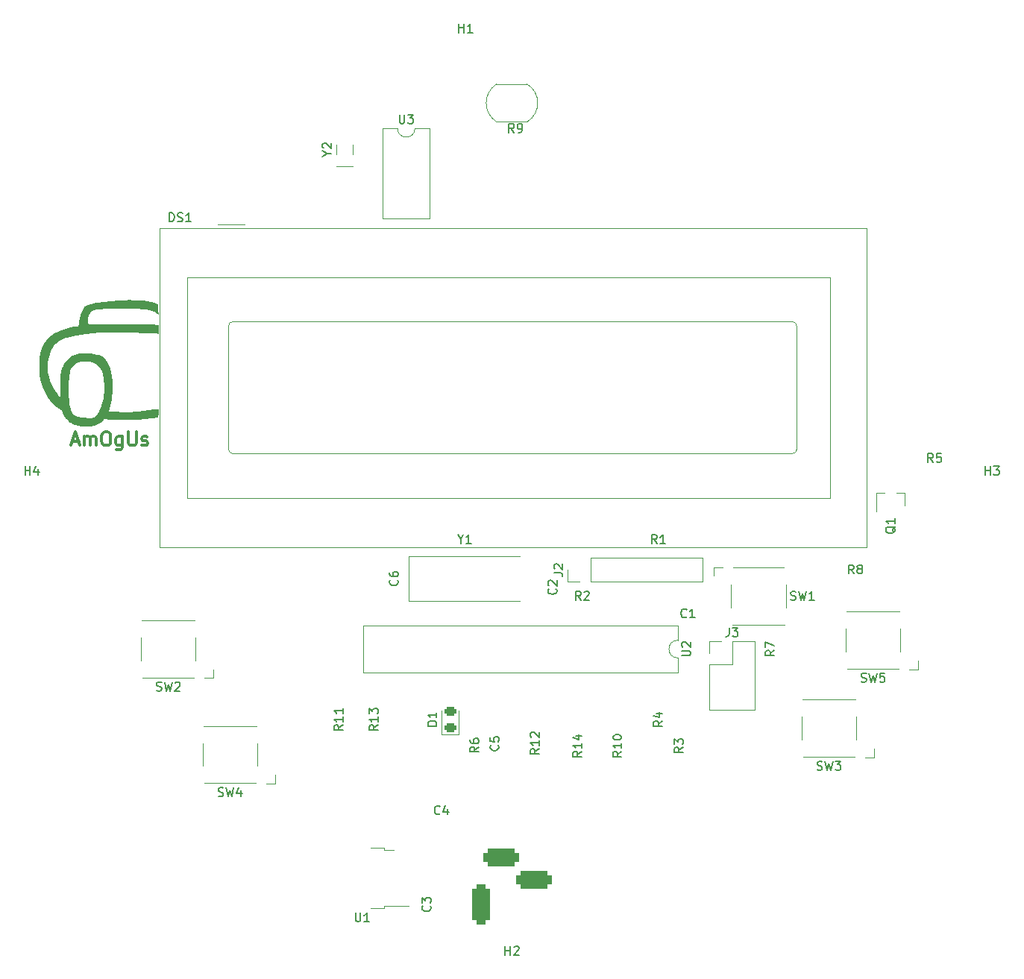
<source format=gbr>
%TF.GenerationSoftware,KiCad,Pcbnew,(6.0.5)*%
%TF.CreationDate,2022-07-18T04:00:38-05:00*%
%TF.ProjectId,First Round Clock,46697273-7420-4526-9f75-6e6420436c6f,rev?*%
%TF.SameCoordinates,PX3dc4fd0PYa381e90*%
%TF.FileFunction,Legend,Top*%
%TF.FilePolarity,Positive*%
%FSLAX46Y46*%
G04 Gerber Fmt 4.6, Leading zero omitted, Abs format (unit mm)*
G04 Created by KiCad (PCBNEW (6.0.5)) date 2022-07-18 04:00:38*
%MOMM*%
%LPD*%
G01*
G04 APERTURE LIST*
G04 Aperture macros list*
%AMRoundRect*
0 Rectangle with rounded corners*
0 $1 Rounding radius*
0 $2 $3 $4 $5 $6 $7 $8 $9 X,Y pos of 4 corners*
0 Add a 4 corners polygon primitive as box body*
4,1,4,$2,$3,$4,$5,$6,$7,$8,$9,$2,$3,0*
0 Add four circle primitives for the rounded corners*
1,1,$1+$1,$2,$3*
1,1,$1+$1,$4,$5*
1,1,$1+$1,$6,$7*
1,1,$1+$1,$8,$9*
0 Add four rect primitives between the rounded corners*
20,1,$1+$1,$2,$3,$4,$5,0*
20,1,$1+$1,$4,$5,$6,$7,0*
20,1,$1+$1,$6,$7,$8,$9,0*
20,1,$1+$1,$8,$9,$2,$3,0*%
G04 Aperture macros list end*
%ADD10C,0.300000*%
%ADD11C,0.150000*%
%ADD12C,0.120000*%
%ADD13C,3.200000*%
%ADD14R,1.400000X1.150000*%
%ADD15R,1.600000X1.400000*%
%ADD16R,4.500000X2.000000*%
%ADD17R,1.800000X1.000000*%
%ADD18R,2.200000X1.200000*%
%ADD19R,6.400000X5.800000*%
%ADD20R,1.150000X1.400000*%
%ADD21R,0.800000X0.900000*%
%ADD22C,1.600000*%
%ADD23RoundRect,0.243750X0.456250X-0.243750X0.456250X0.243750X-0.456250X0.243750X-0.456250X-0.243750X0*%
%ADD24O,1.700000X1.700000*%
%ADD25R,1.700000X1.700000*%
%ADD26R,1.600000X1.600000*%
%ADD27O,1.600000X1.600000*%
%ADD28C,3.000000*%
%ADD29O,1.800000X2.600000*%
%ADD30R,1.800000X2.600000*%
%ADD31RoundRect,0.500000X-0.500000X1.750000X-0.500000X-1.750000X0.500000X-1.750000X0.500000X1.750000X0*%
%ADD32RoundRect,0.500000X-1.500000X-0.500000X1.500000X-0.500000X1.500000X0.500000X-1.500000X0.500000X0*%
%ADD33C,2.000000*%
%ADD34R,2.000000X2.000000*%
%ADD35R,3.000000X3.000000*%
%ADD36C,1.440000*%
G04 APERTURE END LIST*
D10*
%TO.C,AmOgUs*%
X35342285Y78994000D02*
X36068000Y78994000D01*
X35197142Y78558572D02*
X35705142Y80082572D01*
X36213142Y78558572D01*
X36721142Y78558572D02*
X36721142Y79574572D01*
X36721142Y79429429D02*
X36793714Y79502000D01*
X36938857Y79574572D01*
X37156571Y79574572D01*
X37301714Y79502000D01*
X37374285Y79356858D01*
X37374285Y78558572D01*
X37374285Y79356858D02*
X37446857Y79502000D01*
X37592000Y79574572D01*
X37809714Y79574572D01*
X37954857Y79502000D01*
X38027428Y79356858D01*
X38027428Y78558572D01*
X39043428Y80082572D02*
X39333714Y80082572D01*
X39478857Y80010000D01*
X39624000Y79864858D01*
X39696571Y79574572D01*
X39696571Y79066572D01*
X39624000Y78776286D01*
X39478857Y78631143D01*
X39333714Y78558572D01*
X39043428Y78558572D01*
X38898285Y78631143D01*
X38753142Y78776286D01*
X38680571Y79066572D01*
X38680571Y79574572D01*
X38753142Y79864858D01*
X38898285Y80010000D01*
X39043428Y80082572D01*
X41002857Y79574572D02*
X41002857Y78340858D01*
X40930285Y78195715D01*
X40857714Y78123143D01*
X40712571Y78050572D01*
X40494857Y78050572D01*
X40349714Y78123143D01*
X41002857Y78631143D02*
X40857714Y78558572D01*
X40567428Y78558572D01*
X40422285Y78631143D01*
X40349714Y78703715D01*
X40277142Y78848858D01*
X40277142Y79284286D01*
X40349714Y79429429D01*
X40422285Y79502000D01*
X40567428Y79574572D01*
X40857714Y79574572D01*
X41002857Y79502000D01*
X41728571Y80082572D02*
X41728571Y78848858D01*
X41801142Y78703715D01*
X41873714Y78631143D01*
X42018857Y78558572D01*
X42309142Y78558572D01*
X42454285Y78631143D01*
X42526857Y78703715D01*
X42599428Y78848858D01*
X42599428Y80082572D01*
X43252571Y78631143D02*
X43397714Y78558572D01*
X43688000Y78558572D01*
X43833142Y78631143D01*
X43905714Y78776286D01*
X43905714Y78848858D01*
X43833142Y78994000D01*
X43688000Y79066572D01*
X43470285Y79066572D01*
X43325142Y79139143D01*
X43252571Y79284286D01*
X43252571Y79356858D01*
X43325142Y79502000D01*
X43470285Y79574572D01*
X43688000Y79574572D01*
X43833142Y79502000D01*
D11*
%TO.C,H4*%
X29968095Y75197620D02*
X29968095Y76197620D01*
X29968095Y75721429D02*
X30539523Y75721429D01*
X30539523Y75197620D02*
X30539523Y76197620D01*
X31444285Y75864286D02*
X31444285Y75197620D01*
X31206190Y76245239D02*
X30968095Y75530953D01*
X31587142Y75530953D01*
%TO.C,R14*%
X93162380Y43807143D02*
X92686190Y43473810D01*
X93162380Y43235715D02*
X92162380Y43235715D01*
X92162380Y43616667D01*
X92210000Y43711905D01*
X92257619Y43759524D01*
X92352857Y43807143D01*
X92495714Y43807143D01*
X92590952Y43759524D01*
X92638571Y43711905D01*
X92686190Y43616667D01*
X92686190Y43235715D01*
X93162380Y44759524D02*
X93162380Y44188096D01*
X93162380Y44473810D02*
X92162380Y44473810D01*
X92305238Y44378572D01*
X92400476Y44283334D01*
X92448095Y44188096D01*
X92495714Y45616667D02*
X93162380Y45616667D01*
X92114761Y45378572D02*
X92829047Y45140477D01*
X92829047Y45759524D01*
%TO.C,SW4*%
X51896666Y38745239D02*
X52039523Y38697620D01*
X52277619Y38697620D01*
X52372857Y38745239D01*
X52420476Y38792858D01*
X52468095Y38888096D01*
X52468095Y38983334D01*
X52420476Y39078572D01*
X52372857Y39126191D01*
X52277619Y39173810D01*
X52087142Y39221429D01*
X51991904Y39269048D01*
X51944285Y39316667D01*
X51896666Y39411905D01*
X51896666Y39507143D01*
X51944285Y39602381D01*
X51991904Y39650000D01*
X52087142Y39697620D01*
X52325238Y39697620D01*
X52468095Y39650000D01*
X52801428Y39697620D02*
X53039523Y38697620D01*
X53230000Y39411905D01*
X53420476Y38697620D01*
X53658571Y39697620D01*
X54468095Y39364286D02*
X54468095Y38697620D01*
X54230000Y39745239D02*
X53991904Y39030953D01*
X54610952Y39030953D01*
%TO.C,Y1*%
X79406809Y67918010D02*
X79406809Y67441820D01*
X79073476Y68441820D02*
X79406809Y67918010D01*
X79740142Y68441820D01*
X80597285Y67441820D02*
X80025857Y67441820D01*
X80311571Y67441820D02*
X80311571Y68441820D01*
X80216333Y68298962D01*
X80121095Y68203724D01*
X80025857Y68156105D01*
%TO.C,Y2*%
X64256190Y111723810D02*
X64732380Y111723810D01*
X63732380Y111390477D02*
X64256190Y111723810D01*
X63732380Y112057143D01*
X63827619Y112342858D02*
X63780000Y112390477D01*
X63732380Y112485715D01*
X63732380Y112723810D01*
X63780000Y112819048D01*
X63827619Y112866667D01*
X63922857Y112914286D01*
X64018095Y112914286D01*
X64160952Y112866667D01*
X64732380Y112295239D01*
X64732380Y112914286D01*
%TO.C,U1*%
X67468095Y25497620D02*
X67468095Y24688096D01*
X67515714Y24592858D01*
X67563333Y24545239D01*
X67658571Y24497620D01*
X67849047Y24497620D01*
X67944285Y24545239D01*
X67991904Y24592858D01*
X68039523Y24688096D01*
X68039523Y25497620D01*
X69039523Y24497620D02*
X68468095Y24497620D01*
X68753809Y24497620D02*
X68753809Y25497620D01*
X68658571Y25354762D01*
X68563333Y25259524D01*
X68468095Y25211905D01*
%TO.C,R13*%
X70032380Y46807143D02*
X69556190Y46473810D01*
X70032380Y46235715D02*
X69032380Y46235715D01*
X69032380Y46616667D01*
X69080000Y46711905D01*
X69127619Y46759524D01*
X69222857Y46807143D01*
X69365714Y46807143D01*
X69460952Y46759524D01*
X69508571Y46711905D01*
X69556190Y46616667D01*
X69556190Y46235715D01*
X70032380Y47759524D02*
X70032380Y47188096D01*
X70032380Y47473810D02*
X69032380Y47473810D01*
X69175238Y47378572D01*
X69270476Y47283334D01*
X69318095Y47188096D01*
X69032380Y48092858D02*
X69032380Y48711905D01*
X69413333Y48378572D01*
X69413333Y48521429D01*
X69460952Y48616667D01*
X69508571Y48664286D01*
X69603809Y48711905D01*
X69841904Y48711905D01*
X69937142Y48664286D01*
X69984761Y48616667D01*
X70032380Y48521429D01*
X70032380Y48235715D01*
X69984761Y48140477D01*
X69937142Y48092858D01*
%TO.C,R1*%
X101687333Y67416420D02*
X101354000Y67892610D01*
X101115904Y67416420D02*
X101115904Y68416420D01*
X101496857Y68416420D01*
X101592095Y68368800D01*
X101639714Y68321181D01*
X101687333Y68225943D01*
X101687333Y68083086D01*
X101639714Y67987848D01*
X101592095Y67940229D01*
X101496857Y67892610D01*
X101115904Y67892610D01*
X102639714Y67416420D02*
X102068285Y67416420D01*
X102354000Y67416420D02*
X102354000Y68416420D01*
X102258761Y68273562D01*
X102163523Y68178324D01*
X102068285Y68130705D01*
%TO.C,C1*%
X105063333Y59092858D02*
X105015714Y59045239D01*
X104872857Y58997620D01*
X104777619Y58997620D01*
X104634761Y59045239D01*
X104539523Y59140477D01*
X104491904Y59235715D01*
X104444285Y59426191D01*
X104444285Y59569048D01*
X104491904Y59759524D01*
X104539523Y59854762D01*
X104634761Y59950000D01*
X104777619Y59997620D01*
X104872857Y59997620D01*
X105015714Y59950000D01*
X105063333Y59902381D01*
X106015714Y58997620D02*
X105444285Y58997620D01*
X105730000Y58997620D02*
X105730000Y59997620D01*
X105634761Y59854762D01*
X105539523Y59759524D01*
X105444285Y59711905D01*
%TO.C,C6*%
X72237142Y63283334D02*
X72284761Y63235715D01*
X72332380Y63092858D01*
X72332380Y62997620D01*
X72284761Y62854762D01*
X72189523Y62759524D01*
X72094285Y62711905D01*
X71903809Y62664286D01*
X71760952Y62664286D01*
X71570476Y62711905D01*
X71475238Y62759524D01*
X71380000Y62854762D01*
X71332380Y62997620D01*
X71332380Y63092858D01*
X71380000Y63235715D01*
X71427619Y63283334D01*
X71332380Y64140477D02*
X71332380Y63950000D01*
X71380000Y63854762D01*
X71427619Y63807143D01*
X71570476Y63711905D01*
X71760952Y63664286D01*
X72141904Y63664286D01*
X72237142Y63711905D01*
X72284761Y63759524D01*
X72332380Y63854762D01*
X72332380Y64045239D01*
X72284761Y64140477D01*
X72237142Y64188096D01*
X72141904Y64235715D01*
X71903809Y64235715D01*
X71808571Y64188096D01*
X71760952Y64140477D01*
X71713333Y64045239D01*
X71713333Y63854762D01*
X71760952Y63759524D01*
X71808571Y63711905D01*
X71903809Y63664286D01*
%TO.C,R7*%
X115032380Y55283334D02*
X114556190Y54950000D01*
X115032380Y54711905D02*
X114032380Y54711905D01*
X114032380Y55092858D01*
X114080000Y55188096D01*
X114127619Y55235715D01*
X114222857Y55283334D01*
X114365714Y55283334D01*
X114460952Y55235715D01*
X114508571Y55188096D01*
X114556190Y55092858D01*
X114556190Y54711905D01*
X114032380Y55616667D02*
X114032380Y56283334D01*
X115032380Y55854762D01*
%TO.C,Q1*%
X128777619Y69354762D02*
X128730000Y69259524D01*
X128634761Y69164286D01*
X128491904Y69021429D01*
X128444285Y68926191D01*
X128444285Y68830953D01*
X128682380Y68878572D02*
X128634761Y68783334D01*
X128539523Y68688096D01*
X128349047Y68640477D01*
X128015714Y68640477D01*
X127825238Y68688096D01*
X127730000Y68783334D01*
X127682380Y68878572D01*
X127682380Y69069048D01*
X127730000Y69164286D01*
X127825238Y69259524D01*
X128015714Y69307143D01*
X128349047Y69307143D01*
X128539523Y69259524D01*
X128634761Y69164286D01*
X128682380Y69069048D01*
X128682380Y68878572D01*
X128682380Y70259524D02*
X128682380Y69688096D01*
X128682380Y69973810D02*
X127682380Y69973810D01*
X127825238Y69878572D01*
X127920476Y69783334D01*
X127968095Y69688096D01*
%TO.C,C5*%
X83669142Y44537334D02*
X83716761Y44489715D01*
X83764380Y44346858D01*
X83764380Y44251620D01*
X83716761Y44108762D01*
X83621523Y44013524D01*
X83526285Y43965905D01*
X83335809Y43918286D01*
X83192952Y43918286D01*
X83002476Y43965905D01*
X82907238Y44013524D01*
X82812000Y44108762D01*
X82764380Y44251620D01*
X82764380Y44346858D01*
X82812000Y44489715D01*
X82859619Y44537334D01*
X82764380Y45442096D02*
X82764380Y44965905D01*
X83240571Y44918286D01*
X83192952Y44965905D01*
X83145333Y45061143D01*
X83145333Y45299239D01*
X83192952Y45394477D01*
X83240571Y45442096D01*
X83335809Y45489715D01*
X83573904Y45489715D01*
X83669142Y45442096D01*
X83716761Y45394477D01*
X83764380Y45299239D01*
X83764380Y45061143D01*
X83716761Y44965905D01*
X83669142Y44918286D01*
%TO.C,SW1*%
X116896666Y61045239D02*
X117039523Y60997620D01*
X117277619Y60997620D01*
X117372857Y61045239D01*
X117420476Y61092858D01*
X117468095Y61188096D01*
X117468095Y61283334D01*
X117420476Y61378572D01*
X117372857Y61426191D01*
X117277619Y61473810D01*
X117087142Y61521429D01*
X116991904Y61569048D01*
X116944285Y61616667D01*
X116896666Y61711905D01*
X116896666Y61807143D01*
X116944285Y61902381D01*
X116991904Y61950000D01*
X117087142Y61997620D01*
X117325238Y61997620D01*
X117468095Y61950000D01*
X117801428Y61997620D02*
X118039523Y60997620D01*
X118230000Y61711905D01*
X118420476Y60997620D01*
X118658571Y61997620D01*
X119563333Y60997620D02*
X118991904Y60997620D01*
X119277619Y60997620D02*
X119277619Y61997620D01*
X119182380Y61854762D01*
X119087142Y61759524D01*
X118991904Y61711905D01*
%TO.C,R3*%
X104682380Y44283334D02*
X104206190Y43950000D01*
X104682380Y43711905D02*
X103682380Y43711905D01*
X103682380Y44092858D01*
X103730000Y44188096D01*
X103777619Y44235715D01*
X103872857Y44283334D01*
X104015714Y44283334D01*
X104110952Y44235715D01*
X104158571Y44188096D01*
X104206190Y44092858D01*
X104206190Y43711905D01*
X103682380Y44616667D02*
X103682380Y45235715D01*
X104063333Y44902381D01*
X104063333Y45045239D01*
X104110952Y45140477D01*
X104158571Y45188096D01*
X104253809Y45235715D01*
X104491904Y45235715D01*
X104587142Y45188096D01*
X104634761Y45140477D01*
X104682380Y45045239D01*
X104682380Y44759524D01*
X104634761Y44664286D01*
X104587142Y44616667D01*
%TO.C,R9*%
X85468333Y114097620D02*
X85135000Y114573810D01*
X84896904Y114097620D02*
X84896904Y115097620D01*
X85277857Y115097620D01*
X85373095Y115050000D01*
X85420714Y115002381D01*
X85468333Y114907143D01*
X85468333Y114764286D01*
X85420714Y114669048D01*
X85373095Y114621429D01*
X85277857Y114573810D01*
X84896904Y114573810D01*
X85944523Y114097620D02*
X86135000Y114097620D01*
X86230238Y114145239D01*
X86277857Y114192858D01*
X86373095Y114335715D01*
X86420714Y114526191D01*
X86420714Y114907143D01*
X86373095Y115002381D01*
X86325476Y115050000D01*
X86230238Y115097620D01*
X86039761Y115097620D01*
X85944523Y115050000D01*
X85896904Y115002381D01*
X85849285Y114907143D01*
X85849285Y114669048D01*
X85896904Y114573810D01*
X85944523Y114526191D01*
X86039761Y114478572D01*
X86230238Y114478572D01*
X86325476Y114526191D01*
X86373095Y114573810D01*
X86420714Y114669048D01*
%TO.C,D1*%
X76684380Y46711905D02*
X75684380Y46711905D01*
X75684380Y46950000D01*
X75732000Y47092858D01*
X75827238Y47188096D01*
X75922476Y47235715D01*
X76112952Y47283334D01*
X76255809Y47283334D01*
X76446285Y47235715D01*
X76541523Y47188096D01*
X76636761Y47092858D01*
X76684380Y46950000D01*
X76684380Y46711905D01*
X76684380Y48235715D02*
X76684380Y47664286D01*
X76684380Y47950000D02*
X75684380Y47950000D01*
X75827238Y47854762D01*
X75922476Y47759524D01*
X75970095Y47664286D01*
%TO.C,R5*%
X133063333Y76647620D02*
X132730000Y77123810D01*
X132491904Y76647620D02*
X132491904Y77647620D01*
X132872857Y77647620D01*
X132968095Y77600000D01*
X133015714Y77552381D01*
X133063333Y77457143D01*
X133063333Y77314286D01*
X133015714Y77219048D01*
X132968095Y77171429D01*
X132872857Y77123810D01*
X132491904Y77123810D01*
X133968095Y77647620D02*
X133491904Y77647620D01*
X133444285Y77171429D01*
X133491904Y77219048D01*
X133587142Y77266667D01*
X133825238Y77266667D01*
X133920476Y77219048D01*
X133968095Y77171429D01*
X134015714Y77076191D01*
X134015714Y76838096D01*
X133968095Y76742858D01*
X133920476Y76695239D01*
X133825238Y76647620D01*
X133587142Y76647620D01*
X133491904Y76695239D01*
X133444285Y76742858D01*
%TO.C,R6*%
X81478380Y44331334D02*
X81002190Y43998000D01*
X81478380Y43759905D02*
X80478380Y43759905D01*
X80478380Y44140858D01*
X80526000Y44236096D01*
X80573619Y44283715D01*
X80668857Y44331334D01*
X80811714Y44331334D01*
X80906952Y44283715D01*
X80954571Y44236096D01*
X81002190Y44140858D01*
X81002190Y43759905D01*
X80478380Y45188477D02*
X80478380Y44998000D01*
X80526000Y44902762D01*
X80573619Y44855143D01*
X80716476Y44759905D01*
X80906952Y44712286D01*
X81287904Y44712286D01*
X81383142Y44759905D01*
X81430761Y44807524D01*
X81478380Y44902762D01*
X81478380Y45093239D01*
X81430761Y45188477D01*
X81383142Y45236096D01*
X81287904Y45283715D01*
X81049809Y45283715D01*
X80954571Y45236096D01*
X80906952Y45188477D01*
X80859333Y45093239D01*
X80859333Y44902762D01*
X80906952Y44807524D01*
X80954571Y44759905D01*
X81049809Y44712286D01*
%TO.C,R4*%
X102332380Y47283334D02*
X101856190Y46950000D01*
X102332380Y46711905D02*
X101332380Y46711905D01*
X101332380Y47092858D01*
X101380000Y47188096D01*
X101427619Y47235715D01*
X101522857Y47283334D01*
X101665714Y47283334D01*
X101760952Y47235715D01*
X101808571Y47188096D01*
X101856190Y47092858D01*
X101856190Y46711905D01*
X101665714Y48140477D02*
X102332380Y48140477D01*
X101284761Y47902381D02*
X101999047Y47664286D01*
X101999047Y48283334D01*
%TO.C,H3*%
X138968095Y75197620D02*
X138968095Y76197620D01*
X138968095Y75721429D02*
X139539523Y75721429D01*
X139539523Y75197620D02*
X139539523Y76197620D01*
X139920476Y76197620D02*
X140539523Y76197620D01*
X140206190Y75816667D01*
X140349047Y75816667D01*
X140444285Y75769048D01*
X140491904Y75721429D01*
X140539523Y75626191D01*
X140539523Y75388096D01*
X140491904Y75292858D01*
X140444285Y75245239D01*
X140349047Y75197620D01*
X140063333Y75197620D01*
X139968095Y75245239D01*
X139920476Y75292858D01*
%TO.C,C3*%
X75937142Y26283334D02*
X75984761Y26235715D01*
X76032380Y26092858D01*
X76032380Y25997620D01*
X75984761Y25854762D01*
X75889523Y25759524D01*
X75794285Y25711905D01*
X75603809Y25664286D01*
X75460952Y25664286D01*
X75270476Y25711905D01*
X75175238Y25759524D01*
X75080000Y25854762D01*
X75032380Y25997620D01*
X75032380Y26092858D01*
X75080000Y26235715D01*
X75127619Y26283334D01*
X75032380Y26616667D02*
X75032380Y27235715D01*
X75413333Y26902381D01*
X75413333Y27045239D01*
X75460952Y27140477D01*
X75508571Y27188096D01*
X75603809Y27235715D01*
X75841904Y27235715D01*
X75937142Y27188096D01*
X75984761Y27140477D01*
X76032380Y27045239D01*
X76032380Y26759524D01*
X75984761Y26664286D01*
X75937142Y26616667D01*
%TO.C,J2*%
X90002380Y64116667D02*
X90716666Y64116667D01*
X90859523Y64069048D01*
X90954761Y63973810D01*
X91002380Y63830953D01*
X91002380Y63735715D01*
X90097619Y64545239D02*
X90050000Y64592858D01*
X90002380Y64688096D01*
X90002380Y64926191D01*
X90050000Y65021429D01*
X90097619Y65069048D01*
X90192857Y65116667D01*
X90288095Y65116667D01*
X90430952Y65069048D01*
X91002380Y64497620D01*
X91002380Y65116667D01*
%TO.C,H2*%
X84468095Y20697620D02*
X84468095Y21697620D01*
X84468095Y21221429D02*
X85039523Y21221429D01*
X85039523Y20697620D02*
X85039523Y21697620D01*
X85468095Y21602381D02*
X85515714Y21650000D01*
X85610952Y21697620D01*
X85849047Y21697620D01*
X85944285Y21650000D01*
X85991904Y21602381D01*
X86039523Y21507143D01*
X86039523Y21411905D01*
X85991904Y21269048D01*
X85420476Y20697620D01*
X86039523Y20697620D01*
%TO.C,C2*%
X90237142Y62283334D02*
X90284761Y62235715D01*
X90332380Y62092858D01*
X90332380Y61997620D01*
X90284761Y61854762D01*
X90189523Y61759524D01*
X90094285Y61711905D01*
X89903809Y61664286D01*
X89760952Y61664286D01*
X89570476Y61711905D01*
X89475238Y61759524D01*
X89380000Y61854762D01*
X89332380Y61997620D01*
X89332380Y62092858D01*
X89380000Y62235715D01*
X89427619Y62283334D01*
X89427619Y62664286D02*
X89380000Y62711905D01*
X89332380Y62807143D01*
X89332380Y63045239D01*
X89380000Y63140477D01*
X89427619Y63188096D01*
X89522857Y63235715D01*
X89618095Y63235715D01*
X89760952Y63188096D01*
X90332380Y62616667D01*
X90332380Y63235715D01*
%TO.C,U3*%
X72478095Y116127620D02*
X72478095Y115318096D01*
X72525714Y115222858D01*
X72573333Y115175239D01*
X72668571Y115127620D01*
X72859047Y115127620D01*
X72954285Y115175239D01*
X73001904Y115222858D01*
X73049523Y115318096D01*
X73049523Y116127620D01*
X73430476Y116127620D02*
X74049523Y116127620D01*
X73716190Y115746667D01*
X73859047Y115746667D01*
X73954285Y115699048D01*
X74001904Y115651429D01*
X74049523Y115556191D01*
X74049523Y115318096D01*
X74001904Y115222858D01*
X73954285Y115175239D01*
X73859047Y115127620D01*
X73573333Y115127620D01*
X73478095Y115175239D01*
X73430476Y115222858D01*
%TO.C,H1*%
X79218095Y125447620D02*
X79218095Y126447620D01*
X79218095Y125971429D02*
X79789523Y125971429D01*
X79789523Y125447620D02*
X79789523Y126447620D01*
X80789523Y125447620D02*
X80218095Y125447620D01*
X80503809Y125447620D02*
X80503809Y126447620D01*
X80408571Y126304762D01*
X80313333Y126209524D01*
X80218095Y126161905D01*
%TO.C,SW3*%
X119896666Y41745239D02*
X120039523Y41697620D01*
X120277619Y41697620D01*
X120372857Y41745239D01*
X120420476Y41792858D01*
X120468095Y41888096D01*
X120468095Y41983334D01*
X120420476Y42078572D01*
X120372857Y42126191D01*
X120277619Y42173810D01*
X120087142Y42221429D01*
X119991904Y42269048D01*
X119944285Y42316667D01*
X119896666Y42411905D01*
X119896666Y42507143D01*
X119944285Y42602381D01*
X119991904Y42650000D01*
X120087142Y42697620D01*
X120325238Y42697620D01*
X120468095Y42650000D01*
X120801428Y42697620D02*
X121039523Y41697620D01*
X121230000Y42411905D01*
X121420476Y41697620D01*
X121658571Y42697620D01*
X121944285Y42697620D02*
X122563333Y42697620D01*
X122230000Y42316667D01*
X122372857Y42316667D01*
X122468095Y42269048D01*
X122515714Y42221429D01*
X122563333Y42126191D01*
X122563333Y41888096D01*
X122515714Y41792858D01*
X122468095Y41745239D01*
X122372857Y41697620D01*
X122087142Y41697620D01*
X121991904Y41745239D01*
X121944285Y41792858D01*
%TO.C,R10*%
X97682380Y43807143D02*
X97206190Y43473810D01*
X97682380Y43235715D02*
X96682380Y43235715D01*
X96682380Y43616667D01*
X96730000Y43711905D01*
X96777619Y43759524D01*
X96872857Y43807143D01*
X97015714Y43807143D01*
X97110952Y43759524D01*
X97158571Y43711905D01*
X97206190Y43616667D01*
X97206190Y43235715D01*
X97682380Y44759524D02*
X97682380Y44188096D01*
X97682380Y44473810D02*
X96682380Y44473810D01*
X96825238Y44378572D01*
X96920476Y44283334D01*
X96968095Y44188096D01*
X96682380Y45378572D02*
X96682380Y45473810D01*
X96730000Y45569048D01*
X96777619Y45616667D01*
X96872857Y45664286D01*
X97063333Y45711905D01*
X97301428Y45711905D01*
X97491904Y45664286D01*
X97587142Y45616667D01*
X97634761Y45569048D01*
X97682380Y45473810D01*
X97682380Y45378572D01*
X97634761Y45283334D01*
X97587142Y45235715D01*
X97491904Y45188096D01*
X97301428Y45140477D01*
X97063333Y45140477D01*
X96872857Y45188096D01*
X96777619Y45235715D01*
X96730000Y45283334D01*
X96682380Y45378572D01*
%TO.C,R2*%
X93063333Y60997620D02*
X92730000Y61473810D01*
X92491904Y60997620D02*
X92491904Y61997620D01*
X92872857Y61997620D01*
X92968095Y61950000D01*
X93015714Y61902381D01*
X93063333Y61807143D01*
X93063333Y61664286D01*
X93015714Y61569048D01*
X92968095Y61521429D01*
X92872857Y61473810D01*
X92491904Y61473810D01*
X93444285Y61902381D02*
X93491904Y61950000D01*
X93587142Y61997620D01*
X93825238Y61997620D01*
X93920476Y61950000D01*
X93968095Y61902381D01*
X94015714Y61807143D01*
X94015714Y61711905D01*
X93968095Y61569048D01*
X93396666Y60997620D01*
X94015714Y60997620D01*
%TO.C,J3*%
X109891666Y57852620D02*
X109891666Y57138334D01*
X109844047Y56995477D01*
X109748809Y56900239D01*
X109605952Y56852620D01*
X109510714Y56852620D01*
X110272619Y57852620D02*
X110891666Y57852620D01*
X110558333Y57471667D01*
X110701190Y57471667D01*
X110796428Y57424048D01*
X110844047Y57376429D01*
X110891666Y57281191D01*
X110891666Y57043096D01*
X110844047Y56947858D01*
X110796428Y56900239D01*
X110701190Y56852620D01*
X110415476Y56852620D01*
X110320238Y56900239D01*
X110272619Y56947858D01*
%TO.C,R11*%
X66032380Y46807143D02*
X65556190Y46473810D01*
X66032380Y46235715D02*
X65032380Y46235715D01*
X65032380Y46616667D01*
X65080000Y46711905D01*
X65127619Y46759524D01*
X65222857Y46807143D01*
X65365714Y46807143D01*
X65460952Y46759524D01*
X65508571Y46711905D01*
X65556190Y46616667D01*
X65556190Y46235715D01*
X66032380Y47759524D02*
X66032380Y47188096D01*
X66032380Y47473810D02*
X65032380Y47473810D01*
X65175238Y47378572D01*
X65270476Y47283334D01*
X65318095Y47188096D01*
X66032380Y48711905D02*
X66032380Y48140477D01*
X66032380Y48426191D02*
X65032380Y48426191D01*
X65175238Y48330953D01*
X65270476Y48235715D01*
X65318095Y48140477D01*
%TO.C,C4*%
X77063333Y36742858D02*
X77015714Y36695239D01*
X76872857Y36647620D01*
X76777619Y36647620D01*
X76634761Y36695239D01*
X76539523Y36790477D01*
X76491904Y36885715D01*
X76444285Y37076191D01*
X76444285Y37219048D01*
X76491904Y37409524D01*
X76539523Y37504762D01*
X76634761Y37600000D01*
X76777619Y37647620D01*
X76872857Y37647620D01*
X77015714Y37600000D01*
X77063333Y37552381D01*
X77920476Y37314286D02*
X77920476Y36647620D01*
X77682380Y37695239D02*
X77444285Y36980953D01*
X78063333Y36980953D01*
%TO.C,SW2*%
X44896666Y50745239D02*
X45039523Y50697620D01*
X45277619Y50697620D01*
X45372857Y50745239D01*
X45420476Y50792858D01*
X45468095Y50888096D01*
X45468095Y50983334D01*
X45420476Y51078572D01*
X45372857Y51126191D01*
X45277619Y51173810D01*
X45087142Y51221429D01*
X44991904Y51269048D01*
X44944285Y51316667D01*
X44896666Y51411905D01*
X44896666Y51507143D01*
X44944285Y51602381D01*
X44991904Y51650000D01*
X45087142Y51697620D01*
X45325238Y51697620D01*
X45468095Y51650000D01*
X45801428Y51697620D02*
X46039523Y50697620D01*
X46230000Y51411905D01*
X46420476Y50697620D01*
X46658571Y51697620D01*
X46991904Y51602381D02*
X47039523Y51650000D01*
X47134761Y51697620D01*
X47372857Y51697620D01*
X47468095Y51650000D01*
X47515714Y51602381D01*
X47563333Y51507143D01*
X47563333Y51411905D01*
X47515714Y51269048D01*
X46944285Y50697620D01*
X47563333Y50697620D01*
%TO.C,SW5*%
X124896666Y51745239D02*
X125039523Y51697620D01*
X125277619Y51697620D01*
X125372857Y51745239D01*
X125420476Y51792858D01*
X125468095Y51888096D01*
X125468095Y51983334D01*
X125420476Y52078572D01*
X125372857Y52126191D01*
X125277619Y52173810D01*
X125087142Y52221429D01*
X124991904Y52269048D01*
X124944285Y52316667D01*
X124896666Y52411905D01*
X124896666Y52507143D01*
X124944285Y52602381D01*
X124991904Y52650000D01*
X125087142Y52697620D01*
X125325238Y52697620D01*
X125468095Y52650000D01*
X125801428Y52697620D02*
X126039523Y51697620D01*
X126230000Y52411905D01*
X126420476Y51697620D01*
X126658571Y52697620D01*
X127515714Y52697620D02*
X127039523Y52697620D01*
X126991904Y52221429D01*
X127039523Y52269048D01*
X127134761Y52316667D01*
X127372857Y52316667D01*
X127468095Y52269048D01*
X127515714Y52221429D01*
X127563333Y52126191D01*
X127563333Y51888096D01*
X127515714Y51792858D01*
X127468095Y51745239D01*
X127372857Y51697620D01*
X127134761Y51697620D01*
X127039523Y51745239D01*
X126991904Y51792858D01*
%TO.C,DS1*%
X46335114Y103982920D02*
X46335114Y104982920D01*
X46573209Y104982920D01*
X46716066Y104935300D01*
X46811304Y104840062D01*
X46858923Y104744824D01*
X46906542Y104554348D01*
X46906542Y104411491D01*
X46858923Y104221015D01*
X46811304Y104125777D01*
X46716066Y104030539D01*
X46573209Y103982920D01*
X46335114Y103982920D01*
X47287495Y104030539D02*
X47430352Y103982920D01*
X47668447Y103982920D01*
X47763685Y104030539D01*
X47811304Y104078158D01*
X47858923Y104173396D01*
X47858923Y104268634D01*
X47811304Y104363872D01*
X47763685Y104411491D01*
X47668447Y104459110D01*
X47477971Y104506729D01*
X47382733Y104554348D01*
X47335114Y104601967D01*
X47287495Y104697205D01*
X47287495Y104792443D01*
X47335114Y104887681D01*
X47382733Y104935300D01*
X47477971Y104982920D01*
X47716066Y104982920D01*
X47858923Y104935300D01*
X48811304Y103982920D02*
X48239876Y103982920D01*
X48525590Y103982920D02*
X48525590Y104982920D01*
X48430352Y104840062D01*
X48335114Y104744824D01*
X48239876Y104697205D01*
%TO.C,U2*%
X104512380Y54678096D02*
X105321904Y54678096D01*
X105417142Y54725715D01*
X105464761Y54773334D01*
X105512380Y54868572D01*
X105512380Y55059048D01*
X105464761Y55154286D01*
X105417142Y55201905D01*
X105321904Y55249524D01*
X104512380Y55249524D01*
X104607619Y55678096D02*
X104560000Y55725715D01*
X104512380Y55820953D01*
X104512380Y56059048D01*
X104560000Y56154286D01*
X104607619Y56201905D01*
X104702857Y56249524D01*
X104798095Y56249524D01*
X104940952Y56201905D01*
X105512380Y55630477D01*
X105512380Y56249524D01*
%TO.C,R8*%
X124063333Y63997620D02*
X123730000Y64473810D01*
X123491904Y63997620D02*
X123491904Y64997620D01*
X123872857Y64997620D01*
X123968095Y64950000D01*
X124015714Y64902381D01*
X124063333Y64807143D01*
X124063333Y64664286D01*
X124015714Y64569048D01*
X123968095Y64521429D01*
X123872857Y64473810D01*
X123491904Y64473810D01*
X124634761Y64569048D02*
X124539523Y64616667D01*
X124491904Y64664286D01*
X124444285Y64759524D01*
X124444285Y64807143D01*
X124491904Y64902381D01*
X124539523Y64950000D01*
X124634761Y64997620D01*
X124825238Y64997620D01*
X124920476Y64950000D01*
X124968095Y64902381D01*
X125015714Y64807143D01*
X125015714Y64759524D01*
X124968095Y64664286D01*
X124920476Y64616667D01*
X124825238Y64569048D01*
X124634761Y64569048D01*
X124539523Y64521429D01*
X124491904Y64473810D01*
X124444285Y64378572D01*
X124444285Y64188096D01*
X124491904Y64092858D01*
X124539523Y64045239D01*
X124634761Y63997620D01*
X124825238Y63997620D01*
X124920476Y64045239D01*
X124968095Y64092858D01*
X125015714Y64188096D01*
X125015714Y64378572D01*
X124968095Y64473810D01*
X124920476Y64521429D01*
X124825238Y64569048D01*
%TO.C,R12*%
X88336380Y44109143D02*
X87860190Y43775810D01*
X88336380Y43537715D02*
X87336380Y43537715D01*
X87336380Y43918667D01*
X87384000Y44013905D01*
X87431619Y44061524D01*
X87526857Y44109143D01*
X87669714Y44109143D01*
X87764952Y44061524D01*
X87812571Y44013905D01*
X87860190Y43918667D01*
X87860190Y43537715D01*
X88336380Y45061524D02*
X88336380Y44490096D01*
X88336380Y44775810D02*
X87336380Y44775810D01*
X87479238Y44680572D01*
X87574476Y44585334D01*
X87622095Y44490096D01*
X87431619Y45442477D02*
X87384000Y45490096D01*
X87336380Y45585334D01*
X87336380Y45823429D01*
X87384000Y45918667D01*
X87431619Y45966286D01*
X87526857Y46013905D01*
X87622095Y46013905D01*
X87764952Y45966286D01*
X88336380Y45394858D01*
X88336380Y46013905D01*
%TO.C,AmOgUs*%
G36*
X38331053Y81014886D02*
G01*
X38279589Y80987014D01*
X38272392Y80983556D01*
X38155286Y80927290D01*
X38020469Y80868657D01*
X37886307Y80816352D01*
X37861769Y80808181D01*
X37763971Y80775613D01*
X37713038Y80761781D01*
X37560026Y80734831D01*
X37363649Y80715904D01*
X37321195Y80713851D01*
X37138657Y80705023D01*
X36899795Y80702210D01*
X36661814Y80707485D01*
X36439460Y80720872D01*
X36247482Y80742393D01*
X36151930Y80759450D01*
X35973996Y80802553D01*
X35925972Y80816493D01*
X35805422Y80851486D01*
X37847104Y80851486D01*
X37861769Y80836821D01*
X37876434Y80851486D01*
X37861769Y80866151D01*
X37847104Y80851486D01*
X35805422Y80851486D01*
X35797533Y80853776D01*
X35779321Y80859892D01*
X35630822Y80909758D01*
X35603339Y80920364D01*
X35515348Y80954320D01*
X35482146Y80967133D01*
X35410783Y80999447D01*
X35359786Y81022539D01*
X35351149Y81027467D01*
X38257727Y81027467D01*
X38272392Y81012802D01*
X38287057Y81027467D01*
X38272392Y81042133D01*
X38257727Y81027467D01*
X35351149Y81027467D01*
X35339367Y81034189D01*
X35299741Y81056798D01*
X38316388Y81056798D01*
X38331053Y81042133D01*
X38345718Y81056798D01*
X38331053Y81071463D01*
X38316388Y81056798D01*
X35299741Y81056798D01*
X35280706Y81067659D01*
X35272023Y81072613D01*
X35257363Y81086128D01*
X35324702Y81086128D01*
X35339367Y81071463D01*
X35354032Y81086128D01*
X35339367Y81100793D01*
X35324702Y81086128D01*
X35257363Y81086128D01*
X35227140Y81113991D01*
X35227029Y81115458D01*
X35266041Y81115458D01*
X35280706Y81100793D01*
X35295371Y81115458D01*
X38404378Y81115458D01*
X38419044Y81100793D01*
X38433709Y81115458D01*
X38419044Y81130123D01*
X38404378Y81115458D01*
X35295371Y81115458D01*
X35280706Y81130123D01*
X35266041Y81115458D01*
X35227029Y81115458D01*
X35225492Y81135699D01*
X35228013Y81154576D01*
X35222046Y81151905D01*
X35210623Y81146792D01*
X35163898Y81146190D01*
X35146811Y81153672D01*
X35099103Y81174564D01*
X35096102Y81176477D01*
X35031693Y81224095D01*
X35017455Y81236241D01*
X35090060Y81236241D01*
X35110708Y81209475D01*
X35119390Y81203449D01*
X35146811Y81195975D01*
X35148720Y81199987D01*
X35128072Y81226753D01*
X35119390Y81232779D01*
X35091969Y81240253D01*
X35090060Y81236241D01*
X35017455Y81236241D01*
X35016734Y81236856D01*
X35002069Y81249366D01*
X38609913Y81249366D01*
X38625101Y81256649D01*
X38646353Y81273033D01*
X38691952Y81315844D01*
X38691754Y81334954D01*
X38686607Y81335435D01*
X38662124Y81315392D01*
X38635279Y81284107D01*
X38609913Y81249366D01*
X35002069Y81249366D01*
X34954242Y81290164D01*
X34952862Y81291440D01*
X35002069Y81291440D01*
X35016734Y81276775D01*
X35031399Y81291440D01*
X35016734Y81306105D01*
X35002069Y81291440D01*
X34952862Y81291440D01*
X34884114Y81355024D01*
X34870463Y81367649D01*
X34787070Y81449510D01*
X34710779Y81528710D01*
X34703950Y81536307D01*
X34738097Y81536307D01*
X34757289Y81508410D01*
X34804218Y81459595D01*
X34811422Y81452756D01*
X34859888Y81410909D01*
X34884114Y81397206D01*
X34884748Y81398535D01*
X34865555Y81426432D01*
X34818626Y81475248D01*
X34811422Y81482086D01*
X34762957Y81523934D01*
X34738730Y81537637D01*
X34738097Y81536307D01*
X34703950Y81536307D01*
X34662473Y81582448D01*
X38972809Y81582448D01*
X38984165Y81589049D01*
X39017693Y81628738D01*
X39065458Y81690254D01*
X39075400Y81713164D01*
X39049802Y81702161D01*
X39014897Y81663434D01*
X38989173Y81619772D01*
X38972809Y81582448D01*
X34662473Y81582448D01*
X34648302Y81598212D01*
X34606355Y81650978D01*
X34591652Y81679971D01*
X34610907Y81678153D01*
X34625307Y81669932D01*
X34645346Y81666435D01*
X34637946Y81683345D01*
X34603466Y81705100D01*
X34590527Y81701496D01*
X34559561Y81712351D01*
X34547450Y81725756D01*
X34516849Y81759625D01*
X34496863Y81790054D01*
X34532785Y81790054D01*
X34547450Y81775389D01*
X34562115Y81790054D01*
X35911307Y81790054D01*
X35925972Y81775389D01*
X35940637Y81790054D01*
X35925972Y81804719D01*
X35911307Y81790054D01*
X34562115Y81790054D01*
X34547450Y81804719D01*
X34532785Y81790054D01*
X34496863Y81790054D01*
X34488789Y81802346D01*
X34473456Y81825691D01*
X34462152Y81848715D01*
X35764656Y81848715D01*
X35779321Y81834049D01*
X35793986Y81848715D01*
X35779321Y81863380D01*
X35764656Y81848715D01*
X34462152Y81848715D01*
X34447751Y81878045D01*
X34474124Y81878045D01*
X34488789Y81863380D01*
X34503455Y81878045D01*
X34488789Y81892710D01*
X34474124Y81878045D01*
X34447751Y81878045D01*
X34440446Y81892924D01*
X34430477Y81936705D01*
X35588674Y81936705D01*
X35603339Y81922040D01*
X35618004Y81936705D01*
X35603339Y81951370D01*
X35588674Y81936705D01*
X34430477Y81936705D01*
X34428884Y81943699D01*
X34431883Y81954209D01*
X34437040Y81976000D01*
X34419643Y81968619D01*
X34391833Y81982767D01*
X34383001Y81995366D01*
X35500683Y81995366D01*
X35515348Y81980701D01*
X35530013Y81995366D01*
X35515348Y82010031D01*
X35500683Y81995366D01*
X34383001Y81995366D01*
X34350341Y82041955D01*
X34310954Y82116149D01*
X35354032Y82116149D01*
X35374680Y82089382D01*
X35383362Y82083357D01*
X35410783Y82075883D01*
X35412692Y82079895D01*
X35392045Y82106661D01*
X35383362Y82112687D01*
X35355942Y82120161D01*
X35354032Y82116149D01*
X34310954Y82116149D01*
X34300549Y82135748D01*
X34258429Y82230008D01*
X35266041Y82230008D01*
X35280706Y82215343D01*
X35295371Y82230008D01*
X35280706Y82244673D01*
X35266041Y82230008D01*
X34258429Y82230008D01*
X34247838Y82253709D01*
X34223309Y82317999D01*
X35207381Y82317999D01*
X35222046Y82303334D01*
X35236711Y82317999D01*
X35222046Y82332664D01*
X35207381Y82317999D01*
X34223309Y82317999D01*
X34197592Y82385403D01*
X34183896Y82425746D01*
X34165769Y82467157D01*
X34162607Y82474381D01*
X34127267Y82521638D01*
X34115149Y82532819D01*
X34084112Y82561458D01*
X34069507Y82574934D01*
X34051784Y82588295D01*
X34019844Y82612373D01*
X33980956Y82641689D01*
X33955281Y82659306D01*
X34128386Y82659306D01*
X34134863Y82606177D01*
X34146551Y82589845D01*
X34165769Y82582233D01*
X34160177Y82625215D01*
X34159375Y82628317D01*
X34141981Y82667632D01*
X34128386Y82659306D01*
X33955281Y82659306D01*
X33853246Y82729319D01*
X33805326Y82761265D01*
X33774118Y82784079D01*
X34097439Y82784079D01*
X34102125Y82767118D01*
X34115149Y82756008D01*
X34119846Y82784839D01*
X34114453Y82822880D01*
X34104441Y82823334D01*
X34097439Y82784079D01*
X33774118Y82784079D01*
X33550271Y82947719D01*
X33542240Y82954543D01*
X34069532Y82954543D01*
X34073406Y82941267D01*
X34084112Y82937582D01*
X34088200Y82977929D01*
X34083591Y83019567D01*
X34073406Y83014592D01*
X34069532Y82954543D01*
X33542240Y82954543D01*
X33289246Y83169502D01*
X33268439Y83189511D01*
X34038721Y83189511D01*
X34043283Y83161243D01*
X34051784Y83152115D01*
X34056412Y83192671D01*
X34056696Y83212571D01*
X34053638Y83265932D01*
X34046025Y83272221D01*
X34043283Y83263899D01*
X34038721Y83189511D01*
X33268439Y83189511D01*
X33035660Y83413367D01*
X32909393Y83550466D01*
X34008243Y83550466D01*
X34013124Y83484280D01*
X34019844Y83463926D01*
X34024462Y83495626D01*
X34025782Y83549869D01*
X34023918Y83619427D01*
X34018690Y83644852D01*
X34013524Y83630931D01*
X34008243Y83550466D01*
X32909393Y83550466D01*
X32802922Y83666070D01*
X32604441Y83914365D01*
X32529903Y84021088D01*
X32254203Y84489118D01*
X32024152Y84991557D01*
X31841812Y85523553D01*
X31763551Y85822964D01*
X31712905Y86048048D01*
X31672610Y86250457D01*
X31641551Y86441689D01*
X31618612Y86633240D01*
X31602679Y86836608D01*
X31592636Y87063289D01*
X31587368Y87324783D01*
X31585760Y87632584D01*
X31585756Y87656105D01*
X31586786Y87947191D01*
X31590557Y88189762D01*
X31598161Y88393940D01*
X31610692Y88569848D01*
X31629243Y88727607D01*
X31654907Y88877339D01*
X31688776Y89029168D01*
X31731944Y89193215D01*
X31763862Y89305514D01*
X31916320Y89735906D01*
X32113198Y90128175D01*
X32354170Y90481921D01*
X32638906Y90796744D01*
X32967078Y91072246D01*
X33338358Y91308025D01*
X33463171Y91373497D01*
X33741549Y91499736D01*
X34064952Y91624240D01*
X34419787Y91743043D01*
X34792461Y91852181D01*
X35169381Y91947688D01*
X35536954Y92025598D01*
X35881588Y92081946D01*
X35900130Y92084409D01*
X36050270Y92104086D01*
X36070631Y92328776D01*
X36090991Y92499368D01*
X36122240Y92695393D01*
X36161140Y92901246D01*
X36204452Y93101323D01*
X36248936Y93280020D01*
X36291353Y93421731D01*
X36305722Y93461275D01*
X36345814Y93566855D01*
X36379483Y93660555D01*
X36396581Y93712802D01*
X36438006Y93824046D01*
X36501362Y93958966D01*
X36576447Y94098775D01*
X36653061Y94224684D01*
X36721001Y94317903D01*
X36731578Y94329821D01*
X36782723Y94378771D01*
X36842798Y94421235D01*
X36920226Y94460540D01*
X37023429Y94500013D01*
X37160830Y94542980D01*
X37340851Y94592769D01*
X37506816Y94636053D01*
X37742506Y94689554D01*
X38028340Y94742739D01*
X38355802Y94794737D01*
X38716377Y94844675D01*
X39101550Y94891682D01*
X39502807Y94934886D01*
X39911632Y94973415D01*
X40319512Y95006398D01*
X40717930Y95032962D01*
X41098371Y95052237D01*
X41452322Y95063349D01*
X41704032Y95065790D01*
X42326101Y95055876D01*
X42895451Y95028207D01*
X43415396Y94982384D01*
X43889252Y94918007D01*
X44320334Y94834676D01*
X44711957Y94731991D01*
X44859476Y94685013D01*
X45106341Y94602084D01*
X45114293Y94007210D01*
X45122244Y93412337D01*
X45013160Y93508113D01*
X44846168Y93627511D01*
X44631515Y93733599D01*
X44367458Y93826841D01*
X44052254Y93907702D01*
X43684159Y93976648D01*
X43261430Y94034144D01*
X42906572Y94070113D01*
X42743215Y94080924D01*
X42528675Y94089399D01*
X42270381Y94095624D01*
X41975759Y94099682D01*
X41652239Y94101656D01*
X41307248Y94101633D01*
X40948214Y94099695D01*
X40582565Y94095927D01*
X40217729Y94090413D01*
X39861134Y94083238D01*
X39520207Y94074485D01*
X39202377Y94064239D01*
X38915072Y94052585D01*
X38665720Y94039605D01*
X38461748Y94025385D01*
X38389713Y94018897D01*
X38082827Y93977747D01*
X37828590Y93919054D01*
X37623173Y93841121D01*
X37462744Y93742250D01*
X37343473Y93620743D01*
X37286866Y93530114D01*
X37233241Y93396314D01*
X37187648Y93227172D01*
X37152421Y93039412D01*
X37129888Y92849758D01*
X37122383Y92674934D01*
X37132237Y92531664D01*
X37141481Y92487232D01*
X37161477Y92419893D01*
X37185476Y92368138D01*
X37220601Y92330414D01*
X37273977Y92305172D01*
X37352729Y92290858D01*
X37463981Y92285923D01*
X37614857Y92288815D01*
X37812482Y92297983D01*
X37970817Y92306653D01*
X38104986Y92312139D01*
X38292479Y92316784D01*
X38527966Y92320606D01*
X38806118Y92323621D01*
X39121605Y92325847D01*
X39469097Y92327301D01*
X39843264Y92327999D01*
X40238776Y92327960D01*
X40650303Y92327201D01*
X41072516Y92325738D01*
X41500085Y92323589D01*
X41927679Y92320771D01*
X42349969Y92317302D01*
X42761625Y92313198D01*
X43157318Y92308476D01*
X43531717Y92303155D01*
X43879492Y92297251D01*
X44195314Y92290781D01*
X44395083Y92285910D01*
X45121007Y92266788D01*
X45121007Y91247688D01*
X44893697Y91263267D01*
X44785213Y91269426D01*
X44621785Y91276884D01*
X44407111Y91285517D01*
X44144889Y91295199D01*
X43838818Y91305808D01*
X43492597Y91317216D01*
X43109924Y91329302D01*
X42694499Y91341938D01*
X42250018Y91355002D01*
X41780182Y91368368D01*
X41748027Y91369267D01*
X41455817Y91376028D01*
X41135109Y91380962D01*
X40793442Y91384132D01*
X40438352Y91385600D01*
X40077379Y91385428D01*
X39718060Y91383680D01*
X39367933Y91380419D01*
X39034535Y91375706D01*
X38725405Y91369606D01*
X38448081Y91362179D01*
X38210099Y91353490D01*
X38018999Y91343600D01*
X37935094Y91337547D01*
X37796900Y91323946D01*
X37617338Y91303087D01*
X37405951Y91276358D01*
X37172277Y91245146D01*
X36925856Y91210837D01*
X36676230Y91174818D01*
X36432937Y91138477D01*
X36205519Y91103200D01*
X36003514Y91070374D01*
X35836463Y91041387D01*
X35713906Y91017624D01*
X35676665Y91009213D01*
X35523500Y90973803D01*
X35355143Y90937750D01*
X35206361Y90908480D01*
X35197545Y90906872D01*
X35023293Y90869315D01*
X34814319Y90815043D01*
X34590065Y90749865D01*
X34369972Y90679591D01*
X34173483Y90610031D01*
X34078166Y90572373D01*
X33862978Y90461648D01*
X33646463Y90313060D01*
X33450135Y90142778D01*
X33326633Y90007522D01*
X33216521Y89850062D01*
X33100504Y89647776D01*
X32984759Y89413238D01*
X32875463Y89159024D01*
X32778794Y88897709D01*
X32772917Y88880248D01*
X32636282Y88382261D01*
X32557904Y87881589D01*
X32537562Y87380134D01*
X32575033Y86879801D01*
X32670094Y86382491D01*
X32822523Y85890108D01*
X33032096Y85404555D01*
X33220229Y85056885D01*
X33307576Y84915978D01*
X33414231Y84755355D01*
X33531199Y84587499D01*
X33649482Y84424893D01*
X33760083Y84280019D01*
X33854006Y84165359D01*
X33897037Y84117885D01*
X33952348Y84036296D01*
X33983549Y83945293D01*
X33984013Y83941904D01*
X33987683Y83922645D01*
X33986939Y83954861D01*
X33982059Y84031552D01*
X33978654Y84077814D01*
X33971532Y84207435D01*
X33966167Y84379024D01*
X33962490Y84583872D01*
X33960428Y84813270D01*
X33960115Y84962004D01*
X34930212Y84962004D01*
X34931500Y84651870D01*
X34936720Y84351507D01*
X34945875Y84072266D01*
X34958970Y83825499D01*
X34976008Y83622554D01*
X34981797Y83572642D01*
X35027235Y83241620D01*
X35074661Y82963069D01*
X35126293Y82730799D01*
X35184351Y82538620D01*
X35251054Y82380342D01*
X35328620Y82249775D01*
X35419268Y82140730D01*
X35525217Y82047017D01*
X35530013Y82043341D01*
X35600922Y81985824D01*
X35646817Y81941904D01*
X35657111Y81925044D01*
X35677763Y81909412D01*
X35715772Y81902924D01*
X35776960Y81890634D01*
X35869886Y81863403D01*
X35949820Y81835955D01*
X36123030Y81785676D01*
X36342321Y81743045D01*
X36595425Y81709673D01*
X36870075Y81687174D01*
X37154003Y81677161D01*
X37157975Y81677117D01*
X37321195Y81675769D01*
X37439176Y81677146D01*
X37525338Y81683281D01*
X37593100Y81696209D01*
X37655880Y81717965D01*
X37685199Y81731394D01*
X39075493Y81731394D01*
X39135894Y81800636D01*
X39184820Y81861604D01*
X39194616Y81889242D01*
X39185003Y81892710D01*
X39163714Y81870493D01*
X39127366Y81816563D01*
X39124602Y81812052D01*
X39075493Y81731394D01*
X37685199Y81731394D01*
X37727096Y81750584D01*
X37765139Y81769186D01*
X37972465Y81903249D01*
X38012493Y81943259D01*
X39210950Y81943259D01*
X39212265Y81924063D01*
X39238538Y81953975D01*
X39267510Y82002698D01*
X39300784Y82065343D01*
X39310993Y82091965D01*
X39303332Y82097948D01*
X39299704Y82098022D01*
X39278325Y82074831D01*
X39244565Y82018181D01*
X39240291Y82010031D01*
X39210950Y81943259D01*
X38012493Y81943259D01*
X38162705Y82093404D01*
X38196889Y82142017D01*
X39313616Y82142017D01*
X39328281Y82127352D01*
X39342947Y82142017D01*
X39328281Y82156682D01*
X39313616Y82142017D01*
X38196889Y82142017D01*
X38238138Y82200678D01*
X39343845Y82200678D01*
X39355948Y82195431D01*
X39372277Y82215343D01*
X39397096Y82268812D01*
X39400709Y82288668D01*
X39388606Y82293915D01*
X39372277Y82274003D01*
X39347458Y82220534D01*
X39343845Y82200678D01*
X38238138Y82200678D01*
X38335839Y82339621D01*
X38339818Y82347329D01*
X39401607Y82347329D01*
X39416272Y82332664D01*
X39430937Y82347329D01*
X39416272Y82361994D01*
X39401607Y82347329D01*
X38339818Y82347329D01*
X38370096Y82405989D01*
X39430937Y82405989D01*
X39445602Y82391324D01*
X39460268Y82405989D01*
X39445602Y82420655D01*
X39430937Y82405989D01*
X38370096Y82405989D01*
X38491845Y82641867D01*
X38630702Y83000113D01*
X38650500Y83060068D01*
X38723692Y83310726D01*
X38794223Y83596534D01*
X38856991Y83894035D01*
X38906893Y84179771D01*
X38929261Y84341786D01*
X38941153Y84485956D01*
X38948525Y84673818D01*
X38951641Y84893178D01*
X38950763Y85131845D01*
X38946155Y85377625D01*
X38938080Y85618326D01*
X38926802Y85841755D01*
X38912583Y86035719D01*
X38895687Y86188027D01*
X38888413Y86233588D01*
X38800782Y86623501D01*
X38687183Y86962392D01*
X38545702Y87252737D01*
X38374428Y87497016D01*
X38171448Y87697705D01*
X37934850Y87857283D01*
X37662720Y87978229D01*
X37503954Y88027372D01*
X37389964Y88054410D01*
X37274696Y88072585D01*
X37142355Y88083385D01*
X36977145Y88088302D01*
X36849875Y88089048D01*
X36515128Y88077771D01*
X36228884Y88042678D01*
X35985254Y87981927D01*
X35778351Y87893675D01*
X35602288Y87776079D01*
X35480431Y87660454D01*
X35362332Y87516840D01*
X35264251Y87362869D01*
X35183150Y87190004D01*
X35115991Y86989711D01*
X35059736Y86753453D01*
X35011347Y86472694D01*
X34982634Y86261990D01*
X34964313Y86073253D01*
X34949907Y85837535D01*
X34939419Y85566188D01*
X34932853Y85270561D01*
X34930212Y84962004D01*
X33960115Y84962004D01*
X33959912Y85058511D01*
X33960869Y85310886D01*
X33963230Y85561686D01*
X33966922Y85802203D01*
X33971876Y86023728D01*
X33978019Y86217553D01*
X33985281Y86374969D01*
X33993591Y86487269D01*
X33998624Y86526890D01*
X34078408Y86927278D01*
X34176632Y87278629D01*
X34296815Y87588635D01*
X34442477Y87864990D01*
X34617139Y88115389D01*
X34824321Y88347524D01*
X34837738Y88360915D01*
X35065986Y88564244D01*
X35304395Y88728413D01*
X35559545Y88855390D01*
X35838016Y88947142D01*
X36146390Y89005635D01*
X36491247Y89032837D01*
X36879167Y89030715D01*
X37049496Y89021994D01*
X37451783Y88989026D01*
X37802138Y88943042D01*
X38106103Y88882778D01*
X38369218Y88806967D01*
X38597022Y88714345D01*
X38745326Y88634717D01*
X38968647Y88467738D01*
X39172433Y88248500D01*
X39354542Y87980761D01*
X39512834Y87668284D01*
X39645168Y87314831D01*
X39749403Y86924161D01*
X39767215Y86839278D01*
X39815802Y86571225D01*
X39852211Y86307048D01*
X39877246Y86034697D01*
X39891713Y85742128D01*
X39896418Y85417291D01*
X39892166Y85048141D01*
X39890854Y84990233D01*
X39873243Y84521447D01*
X39843293Y84101590D01*
X39799793Y83721997D01*
X39741536Y83374002D01*
X39667310Y83048940D01*
X39576992Y82741463D01*
X39540693Y82624383D01*
X39514931Y82529402D01*
X39502976Y82469320D01*
X39503845Y82455291D01*
X39544863Y82441996D01*
X39637138Y82428245D01*
X39773273Y82414465D01*
X39945872Y82401084D01*
X40147538Y82388531D01*
X40370873Y82377234D01*
X40608482Y82367620D01*
X40852967Y82360118D01*
X41096931Y82355157D01*
X41264078Y82353420D01*
X41545060Y82352884D01*
X41793947Y82355325D01*
X42022075Y82361574D01*
X42240780Y82372463D01*
X42461396Y82388825D01*
X42695259Y82411491D01*
X42953705Y82441293D01*
X43248068Y82479063D01*
X43566503Y82522418D01*
X43768983Y82549214D01*
X43984885Y82575640D01*
X44193696Y82599322D01*
X44374902Y82617884D01*
X44446411Y82624308D01*
X44604159Y82637862D01*
X44756483Y82651524D01*
X44885205Y82663630D01*
X44967023Y82671948D01*
X45121007Y82688848D01*
X45121007Y82231198D01*
X45119664Y82044067D01*
X45115319Y81909480D01*
X45107502Y81821378D01*
X45095738Y81773699D01*
X45084344Y81760920D01*
X45030632Y81748562D01*
X44928684Y81730521D01*
X44788491Y81708208D01*
X44620046Y81683033D01*
X44433342Y81656407D01*
X44238372Y81629742D01*
X44045128Y81604449D01*
X43863603Y81581939D01*
X43703791Y81563622D01*
X43639829Y81556944D01*
X43376655Y81533910D01*
X43069103Y81512527D01*
X42731443Y81493437D01*
X42377951Y81477281D01*
X42022897Y81464700D01*
X41680554Y81456334D01*
X41365196Y81452824D01*
X41319208Y81452756D01*
X41118549Y81454212D01*
X40885354Y81458317D01*
X40630008Y81464674D01*
X40362894Y81472888D01*
X40094398Y81482565D01*
X39834904Y81493307D01*
X39594797Y81504720D01*
X39445602Y81513010D01*
X39416272Y81514640D01*
X39384460Y81516408D01*
X39355948Y81518346D01*
X39328281Y81520227D01*
X39214279Y81527976D01*
X39212265Y81528154D01*
X39115944Y81536677D01*
X39075493Y81540899D01*
X38972809Y81551616D01*
X38903607Y81558838D01*
X38807976Y81454469D01*
X38712346Y81350100D01*
X38822335Y81451177D01*
X38883744Y81502039D01*
X38923667Y81524412D01*
X38932323Y81519769D01*
X38911821Y81486933D01*
X38858335Y81427738D01*
X38783899Y81353439D01*
X38700543Y81275289D01*
X38620301Y81204541D01*
X38609913Y81196228D01*
X38555204Y81152450D01*
X38517285Y81130269D01*
X38515727Y81130123D01*
X38503246Y81149498D01*
X38510006Y81166786D01*
X38515853Y81186962D01*
X38504404Y81179007D01*
X38478704Y81130524D01*
X38477704Y81120347D01*
X38451968Y81088780D01*
X38419044Y81066980D01*
X38382206Y81042589D01*
X38331053Y81014886D01*
G37*
D12*
%TO.C,SW4*%
X58330000Y40150000D02*
X57330000Y40150000D01*
X58330000Y41150000D02*
X58330000Y40150000D01*
X56330000Y42150000D02*
X56330000Y44750000D01*
X50130000Y42150000D02*
X50130000Y44750000D01*
X50230000Y46700000D02*
X56230000Y46700000D01*
X50330000Y40200000D02*
X56130000Y40200000D01*
%TO.C,Y1*%
X86130000Y66000000D02*
X73530000Y66000000D01*
X73530000Y66000000D02*
X73530000Y60900000D01*
X73530000Y60900000D02*
X86130000Y60900000D01*
%TO.C,Y2*%
X65330000Y110250000D02*
X67130000Y110250000D01*
X67180000Y111650000D02*
X67180000Y112750000D01*
X65280000Y111650000D02*
X65280000Y112750000D01*
%TO.C,U1*%
X69200000Y26000000D02*
X70700000Y26000000D01*
X70700000Y26270000D02*
X73530000Y26270000D01*
X70700000Y32630000D02*
X71800000Y32630000D01*
X69200000Y32900000D02*
X70700000Y32900000D01*
X70700000Y26000000D02*
X70700000Y26270000D01*
X70700000Y32900000D02*
X70700000Y32630000D01*
%TO.C,Q1*%
X129810000Y73210000D02*
X129810000Y71750000D01*
X126650000Y73210000D02*
X126650000Y71050000D01*
X126650000Y73210000D02*
X127580000Y73210000D01*
X129810000Y73210000D02*
X128880000Y73210000D01*
%TO.C,SW1*%
X108130000Y64750000D02*
X109130000Y64750000D01*
X108130000Y63750000D02*
X108130000Y64750000D01*
X110130000Y62750000D02*
X110130000Y60150000D01*
X116330000Y62750000D02*
X116330000Y60150000D01*
X116230000Y58200000D02*
X110230000Y58200000D01*
X116130000Y64700000D02*
X110330000Y64700000D01*
%TO.C,R9*%
X86955000Y115300000D02*
X83505000Y115300000D01*
X86955000Y119600000D02*
X83505000Y119600000D01*
X83476973Y119582144D02*
G75*
G03*
X83505000Y115300000I1378027J-2132144D01*
G01*
X86980476Y115315612D02*
G75*
G03*
X86955000Y119600000I-1325476J2134388D01*
G01*
%TO.C,D1*%
X77272000Y48450000D02*
X77272000Y45765000D01*
X77272000Y45765000D02*
X79192000Y45765000D01*
X79192000Y45765000D02*
X79192000Y48450000D01*
%TO.C,J2*%
X106910000Y63120000D02*
X106910000Y65780000D01*
X94150000Y63120000D02*
X106910000Y63120000D01*
X94150000Y65780000D02*
X106910000Y65780000D01*
X94150000Y63120000D02*
X94150000Y65780000D01*
X92880000Y63120000D02*
X91550000Y63120000D01*
X91550000Y63120000D02*
X91550000Y64450000D01*
%TO.C,U3*%
X70590000Y104300000D02*
X75890000Y104300000D01*
X70590000Y114580000D02*
X70590000Y104300000D01*
X72240000Y114580000D02*
X70590000Y114580000D01*
X75890000Y114580000D02*
X74240000Y114580000D01*
X75890000Y104300000D02*
X75890000Y114580000D01*
X72240000Y114580000D02*
G75*
G03*
X74240000Y114580000I1000000J0D01*
G01*
%TO.C,SW3*%
X126330000Y43150000D02*
X125330000Y43150000D01*
X126330000Y44150000D02*
X126330000Y43150000D01*
X124330000Y45150000D02*
X124330000Y47750000D01*
X118130000Y45150000D02*
X118130000Y47750000D01*
X118230000Y49700000D02*
X124230000Y49700000D01*
X118330000Y43200000D02*
X124130000Y43200000D01*
%TO.C,J3*%
X107625000Y56305000D02*
X108955000Y56305000D01*
X107625000Y54975000D02*
X107625000Y56305000D01*
X110225000Y56305000D02*
X112825000Y56305000D01*
X110225000Y53705000D02*
X110225000Y56305000D01*
X107625000Y53705000D02*
X110225000Y53705000D01*
X112825000Y56305000D02*
X112825000Y48565000D01*
X107625000Y53705000D02*
X107625000Y48565000D01*
X107625000Y48565000D02*
X112825000Y48565000D01*
%TO.C,SW2*%
X51330000Y52150000D02*
X50330000Y52150000D01*
X51330000Y53150000D02*
X51330000Y52150000D01*
X49330000Y54150000D02*
X49330000Y56750000D01*
X43130000Y54150000D02*
X43130000Y56750000D01*
X43230000Y58700000D02*
X49230000Y58700000D01*
X43330000Y52200000D02*
X49130000Y52200000D01*
%TO.C,SW5*%
X131330000Y53150000D02*
X130330000Y53150000D01*
X131330000Y54150000D02*
X131330000Y53150000D01*
X129330000Y55150000D02*
X129330000Y57750000D01*
X123130000Y55150000D02*
X123130000Y57750000D01*
X123230000Y59700000D02*
X129230000Y59700000D01*
X123330000Y53200000D02*
X129130000Y53200000D01*
%TO.C,DS1*%
X45229400Y66985300D02*
X125509400Y66985300D01*
X125509400Y66985300D02*
X125509400Y103265300D01*
X125509400Y103265300D02*
X46029400Y103265300D01*
X45229400Y103265300D02*
X45229400Y66985300D01*
X45239400Y103265300D02*
X46029400Y103265300D01*
X51869400Y103625300D02*
X54869400Y103625300D01*
X53569400Y92625300D02*
X117069400Y92625300D01*
X53069680Y78125980D02*
X53069680Y92125300D01*
X117070060Y77625300D02*
X53569400Y77625300D01*
X117569400Y92125300D02*
X117569400Y78125300D01*
X48369400Y97625300D02*
X121369400Y97625300D01*
X121369400Y97625300D02*
X121369400Y72625300D01*
X121369400Y72625300D02*
X48369400Y72625300D01*
X48369400Y72625300D02*
X48369400Y97625300D01*
X53570060Y92626840D02*
G75*
G03*
X53069680Y92126460I0J-500380D01*
G01*
X53069680Y78125980D02*
G75*
G03*
X53570060Y77625600I500380J0D01*
G01*
X117070060Y77625600D02*
G75*
G03*
X117570440Y78125980I0J500380D01*
G01*
X117569400Y92125300D02*
G75*
G03*
X117069400Y92625300I-500000J0D01*
G01*
%TO.C,U2*%
X104060000Y52790000D02*
X104060000Y54440000D01*
X68380000Y52790000D02*
X104060000Y52790000D01*
X68380000Y58090000D02*
X68380000Y52790000D01*
X104060000Y58090000D02*
X68380000Y58090000D01*
X104060000Y56440000D02*
X104060000Y58090000D01*
X104060000Y56440000D02*
G75*
G03*
X104060000Y54440000I0J-1000000D01*
G01*
%TD*%
%LPC*%
D13*
%TO.C,H4*%
X30730000Y71450000D03*
%TD*%
D14*
%TO.C,R14*%
X92710000Y46600000D03*
X92710000Y48300000D03*
%TD*%
D15*
%TO.C,SW4*%
X49230000Y41200000D03*
X57230000Y41200000D03*
X49230000Y45700000D03*
X57230000Y45700000D03*
%TD*%
D16*
%TO.C,Y1*%
X75980000Y63450000D03*
X84480000Y63450000D03*
%TD*%
D17*
%TO.C,Y2*%
X66230000Y110950000D03*
X66230000Y113450000D03*
%TD*%
D18*
%TO.C,U1*%
X72430000Y27170000D03*
D19*
X66130000Y29450000D03*
D18*
X72430000Y31730000D03*
%TD*%
D14*
%TO.C,R13*%
X71230000Y46600000D03*
X71230000Y48300000D03*
%TD*%
D20*
%TO.C,R1*%
X99380000Y61450000D03*
X101080000Y61450000D03*
%TD*%
%TO.C,C1*%
X103380000Y61450000D03*
X105080000Y61450000D03*
%TD*%
D14*
%TO.C,C6*%
X70230000Y64300000D03*
X70230000Y62600000D03*
%TD*%
%TO.C,R7*%
X116230000Y54600000D03*
X116230000Y56300000D03*
%TD*%
D21*
%TO.C,Q1*%
X127280000Y71450000D03*
X129180000Y71450000D03*
X128230000Y73450000D03*
%TD*%
D14*
%TO.C,C5*%
X83820000Y48348000D03*
X83820000Y46648000D03*
%TD*%
D15*
%TO.C,SW1*%
X117230000Y63700000D03*
X109230000Y63700000D03*
X117230000Y59200000D03*
X109230000Y59200000D03*
%TD*%
D14*
%TO.C,R3*%
X104230000Y46600000D03*
X104230000Y48300000D03*
%TD*%
D22*
%TO.C,R9*%
X83505000Y117450000D03*
X86905000Y117450000D03*
%TD*%
D23*
%TO.C,D1*%
X78232000Y46512500D03*
X78232000Y48387500D03*
%TD*%
D20*
%TO.C,R5*%
X132380000Y75450000D03*
X134080000Y75450000D03*
%TD*%
D14*
%TO.C,R6*%
X81026000Y46648000D03*
X81026000Y48348000D03*
%TD*%
%TO.C,R4*%
X100230000Y48300000D03*
X100230000Y46600000D03*
%TD*%
D13*
%TO.C,H3*%
X139730000Y71450000D03*
%TD*%
D14*
%TO.C,C3*%
X77230000Y25600000D03*
X77230000Y27300000D03*
%TD*%
D24*
%TO.C,J2*%
X105580000Y64450000D03*
X103040000Y64450000D03*
X100500000Y64450000D03*
X97960000Y64450000D03*
X95420000Y64450000D03*
D25*
X92880000Y64450000D03*
%TD*%
D13*
%TO.C,H2*%
X85230000Y16950000D03*
%TD*%
D14*
%TO.C,C2*%
X88230000Y63300000D03*
X88230000Y61600000D03*
%TD*%
D26*
%TO.C,U3*%
X69430000Y113250000D03*
D27*
X69430000Y110710000D03*
X69430000Y108170000D03*
X69430000Y105630000D03*
X77050000Y105630000D03*
X77050000Y108170000D03*
X77050000Y110710000D03*
X77050000Y113250000D03*
%TD*%
D13*
%TO.C,H1*%
X85230000Y125950000D03*
%TD*%
D15*
%TO.C,SW3*%
X117230000Y44200000D03*
X125230000Y44200000D03*
X117230000Y48700000D03*
X125230000Y48700000D03*
%TD*%
D14*
%TO.C,R10*%
X97230000Y48300000D03*
X97230000Y46600000D03*
%TD*%
D20*
%TO.C,R2*%
X95380000Y61450000D03*
X97080000Y61450000D03*
%TD*%
D25*
%TO.C,J3*%
X108955000Y54975000D03*
D24*
X111495000Y54975000D03*
X108955000Y52435000D03*
X111495000Y52435000D03*
X108955000Y49895000D03*
X111495000Y49895000D03*
%TD*%
D14*
%TO.C,R11*%
X67230000Y46600000D03*
X67230000Y48300000D03*
%TD*%
D20*
%TO.C,C4*%
X76380000Y35450000D03*
X78080000Y35450000D03*
%TD*%
D15*
%TO.C,SW2*%
X42230000Y53200000D03*
X50230000Y53200000D03*
X42230000Y57700000D03*
X50230000Y57700000D03*
%TD*%
%TO.C,SW5*%
X122230000Y54200000D03*
X130230000Y54200000D03*
X122230000Y58700000D03*
X130230000Y58700000D03*
%TD*%
D28*
%TO.C,DS1*%
X122869400Y100625300D03*
X122868880Y69624600D03*
X47870300Y69624600D03*
X47870300Y100625300D03*
D29*
X91469400Y100625300D03*
X88929400Y100625300D03*
X86389400Y100625300D03*
X83849400Y100625300D03*
X81309400Y100625300D03*
X78769400Y100625300D03*
X76229400Y100625300D03*
X73689400Y100625300D03*
X71149400Y100625300D03*
X68609400Y100625300D03*
X66069400Y100625300D03*
X63529400Y100625300D03*
X60989400Y100625300D03*
X58449400Y100625300D03*
X55909400Y100625300D03*
D30*
X53369400Y100625300D03*
%TD*%
D26*
%TO.C,U2*%
X102730000Y59250000D03*
D27*
X100190000Y59250000D03*
X97650000Y59250000D03*
X95110000Y59250000D03*
X92570000Y59250000D03*
X90030000Y59250000D03*
X87490000Y59250000D03*
X84950000Y59250000D03*
X82410000Y59250000D03*
X79870000Y59250000D03*
X77330000Y59250000D03*
X74790000Y59250000D03*
X72250000Y59250000D03*
X69710000Y59250000D03*
X69710000Y51630000D03*
X72250000Y51630000D03*
X74790000Y51630000D03*
X77330000Y51630000D03*
X79870000Y51630000D03*
X82410000Y51630000D03*
X84950000Y51630000D03*
X87490000Y51630000D03*
X90030000Y51630000D03*
X92570000Y51630000D03*
X95110000Y51630000D03*
X97650000Y51630000D03*
X100190000Y51630000D03*
X102730000Y51630000D03*
%TD*%
D20*
%TO.C,R8*%
X120380000Y64450000D03*
X122080000Y64450000D03*
%TD*%
D14*
%TO.C,R12*%
X87884000Y46902000D03*
X87884000Y48602000D03*
%TD*%
D31*
%TO.C,J1*%
X81730000Y26450000D03*
D32*
X84030000Y31750000D03*
X87730000Y29250000D03*
%TD*%
D33*
%TO.C,BZ1*%
X128230000Y83450000D03*
D34*
X133230000Y83450000D03*
%TD*%
D35*
%TO.C,BT1*%
X93288314Y106553000D03*
D28*
X113778314Y106553000D03*
%TD*%
D36*
%TO.C,RV1*%
X59230000Y110450000D03*
X56690000Y107910000D03*
X54150000Y110450000D03*
%TD*%
M02*

</source>
